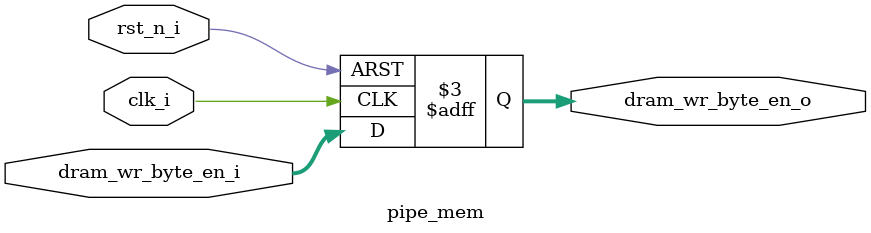
<source format=sv>
/*
 * pipe_mem.sv
 *
 *  Created on: 2021-08-03 10:30
 *      Author: Jack Chen <redchenjs@live.com>
 */

module pipe_mem #(
    parameter XLEN = 32
) (
    input logic clk_i,
    input logic rst_n_i,

    input logic [3:0] dram_wr_byte_en_i,

    output logic [3:0] dram_wr_byte_en_o
);

always_ff @(posedge clk_i or negedge rst_n_i)
begin
    if (!rst_n_i) begin
        dram_wr_byte_en_o <= 4'b0000;
    end else begin
        dram_wr_byte_en_o <= dram_wr_byte_en_i;
    end
end

endmodule

</source>
